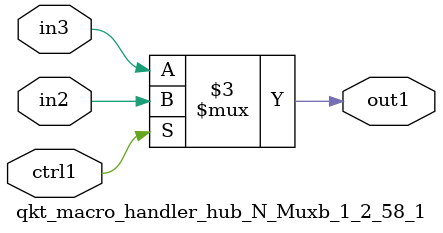
<source format=v>

`timescale 1ps / 1ps


module qkt_macro_handler_hub_N_Muxb_1_2_58_1( in3, in2, ctrl1, out1 );

    input in3;
    input in2;
    input ctrl1;
    output out1;
    reg out1;

    
    // rtl_process:qkt_macro_handler_hub_N_Muxb_1_2_58_1/qkt_macro_handler_hub_N_Muxb_1_2_58_1_thread_1
    always @*
      begin : qkt_macro_handler_hub_N_Muxb_1_2_58_1_thread_1
        case (ctrl1) 
          1'b1: 
            begin
              out1 = in2;
            end
          default: 
            begin
              out1 = in3;
            end
        endcase
      end

endmodule


</source>
